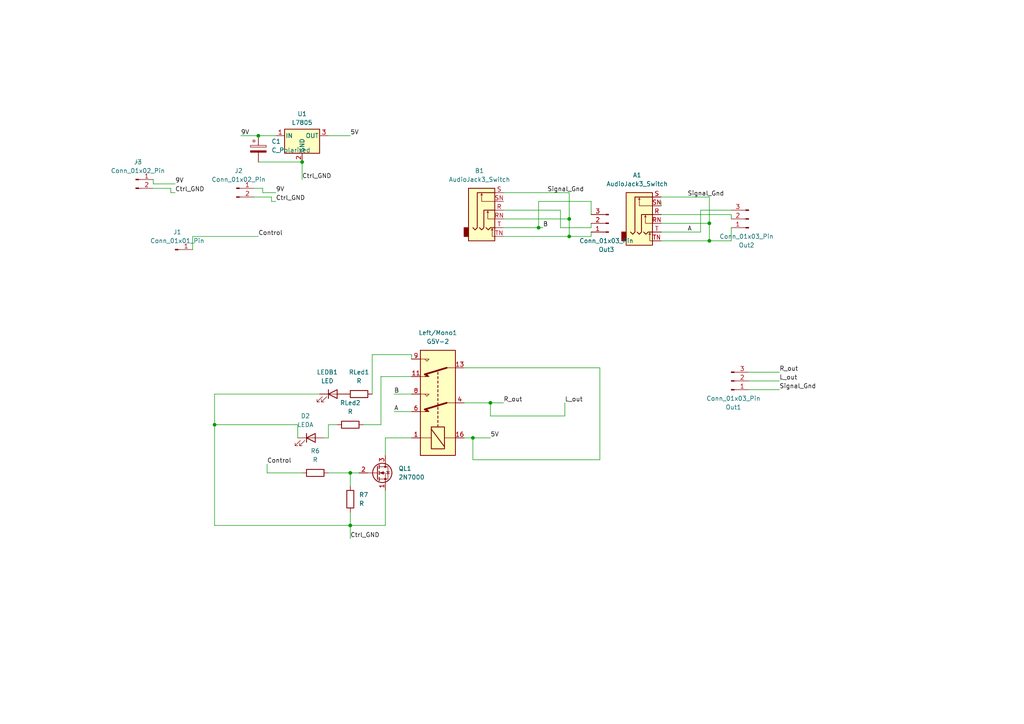
<source format=kicad_sch>
(kicad_sch (version 20230121) (generator eeschema)
  (paper "A4")
  (lib_symbols
    (symbol "Connector:Conn_01x01_Pin" (pin_names (offset 1.016) hide)
      (property "Reference" "J" (at 0 2.54 0))
      (property "Value" "Conn_01x01_Pin" (at 0 -2.54 0))
      (symbol "Conn_01x01_Pin_1_1"
        (polyline (pts (xy 1.27 0) (xy 0.8636 0)) (stroke (width 0.1524)))
        (rectangle (start 0.8636 0.127) (end 0 -0.127) (stroke (width 0.1524)) (fill (type outline)))
        (pin passive line (at 5.08 0 180) (length 3.81) (name "Pin_1") (number "1"))
      )
    )
    (symbol "Connector:Conn_01x02_Pin" (pin_names (offset 1.016) hide)
      (property "Reference" "J" (at 0 2.54 0))
      (property "Value" "Conn_01x02_Pin" (at 0 -5.08 0))
      (symbol "Conn_01x02_Pin_1_1"
        (polyline (pts (xy 1.27 -2.54) (xy 0.8636 -2.54)) (stroke (width 0.1524)))
        (polyline (pts (xy 1.27 0) (xy 0.8636 0)) (stroke (width 0.1524)))
        (rectangle (start 0.8636 -2.413) (end 0 -2.667) (stroke (width 0.1524)) (fill (type outline)))
        (rectangle (start 0.8636 0.127) (end 0 -0.127) (stroke (width 0.1524)) (fill (type outline)))
        (pin passive line (at 5.08 0 180) (length 3.81) (name "Pin_1") (number "1"))
        (pin passive line (at 5.08 -2.54 180) (length 3.81) (name "Pin_2") (number "2"))
      )
    )
    (symbol "Connector:Conn_01x03_Pin" (pin_names (offset 1.016) hide)
      (property "Reference" "J" (at 0 5.08 0))
      (property "Value" "Conn_01x03_Pin" (at 0 -5.08 0))
      (symbol "Conn_01x03_Pin_1_1"
        (polyline (pts (xy 1.27 -2.54) (xy 0.8636 -2.54)) (stroke (width 0.1524)))
        (polyline (pts (xy 1.27 0) (xy 0.8636 0)) (stroke (width 0.1524)))
        (polyline (pts (xy 1.27 2.54) (xy 0.8636 2.54)) (stroke (width 0.1524)))
        (rectangle (start 0.8636 -2.413) (end 0 -2.667) (stroke (width 0.1524)) (fill (type outline)))
        (rectangle (start 0.8636 0.127) (end 0 -0.127) (stroke (width 0.1524)) (fill (type outline)))
        (rectangle (start 0.8636 2.667) (end 0 2.413) (stroke (width 0.1524)) (fill (type outline)))
        (pin passive line (at 5.08 2.54 180) (length 3.81) (name "Pin_1") (number "1"))
        (pin passive line (at 5.08 0 180) (length 3.81) (name "Pin_2") (number "2"))
        (pin passive line (at 5.08 -2.54 180) (length 3.81) (name "Pin_3") (number "3"))
      )
    )
    (symbol "Connector_Audio:AudioJack3_Switch"
      (property "Reference" "J" (at 0 11.43 0))
      (property "Value" "AudioJack3_Switch" (at 0 8.89 0))
      (symbol "AudioJack3_Switch_0_1"
        (rectangle (start -5.08 -5.08) (end -6.35 -7.62) (stroke (width 0.254)) (fill (type outline)))
        (polyline (pts (xy -1.27 4.826) (xy -1.016 4.318)))
        (polyline (pts (xy 0.508 -0.254) (xy 0.762 -0.762)))
        (polyline (pts (xy 1.778 -5.334) (xy 2.032 -5.842)))
        (polyline (pts (xy 0 -5.08) (xy 0.635 -5.715) (xy 1.27 -5.08) (xy 2.54 -5.08)) (stroke (width 0.254)))
        (polyline (pts (xy 2.54 -7.62) (xy 1.778 -7.62) (xy 1.778 -5.334) (xy 1.524 -5.842)))
        (polyline (pts (xy 2.54 -2.54) (xy 0.508 -2.54) (xy 0.508 -0.254) (xy 0.254 -0.762)))
        (polyline (pts (xy 2.54 2.54) (xy -1.27 2.54) (xy -1.27 4.826) (xy -1.524 4.318)))
        (polyline (pts (xy -1.905 -5.08) (xy -1.27 -5.715) (xy -0.635 -5.08) (xy -0.635 0) (xy 2.54 0)) (stroke (width 0.254)))
        (polyline (pts (xy 2.54 5.08) (xy -2.54 5.08) (xy -2.54 -5.08) (xy -3.175 -5.715) (xy -3.81 -5.08)) (stroke (width 0.254)))
        (rectangle (start 2.54 6.35) (end -5.08 -8.89) (stroke (width 0.254)) (fill (type background)))
      )
      (symbol "AudioJack3_Switch_1_1"
        (pin passive line (at 5.08 0 180) (length 2.54) (name "~") (number "R"))
        (pin passive line (at 5.08 -2.54 180) (length 2.54) (name "~") (number "RN"))
        (pin passive line (at 5.08 5.08 180) (length 2.54) (name "~") (number "S"))
        (pin passive line (at 5.08 2.54 180) (length 2.54) (name "~") (number "SN"))
        (pin passive line (at 5.08 -5.08 180) (length 2.54) (name "~") (number "T"))
        (pin passive line (at 5.08 -7.62 180) (length 2.54) (name "~") (number "TN"))
      )
    )
    (symbol "Device:C_Polarized" (pin_numbers hide) (pin_names (offset 0.254))
      (property "Reference" "C" (at 0.635 2.54 0))
      (property "Value" "C_Polarized" (at 0.635 -2.54 0))
      (symbol "C_Polarized_0_1"
        (rectangle (start -2.286 0.508) (end 2.286 1.016))
        (polyline (pts (xy -1.778 2.286) (xy -0.762 2.286)))
        (polyline (pts (xy -1.27 2.794) (xy -1.27 1.778)))
        (rectangle (start 2.286 -0.508) (end -2.286 -1.016) (fill (type outline)))
      )
      (symbol "C_Polarized_1_1"
        (pin passive line (at 0 3.81 270) (length 2.794) (name "~") (number "1"))
        (pin passive line (at 0 -3.81 90) (length 2.794) (name "~") (number "2"))
      )
    )
    (symbol "Device:LED" (pin_numbers hide) (pin_names (offset 1.016) hide)
      (property "Reference" "D" (at 0 2.54 0))
      (property "Value" "LED" (at 0 -2.54 0))
      (symbol "LED_0_1"
        (polyline (pts (xy -1.27 -1.27) (xy -1.27 1.27)) (stroke (width 0.254)))
        (polyline (pts (xy -1.27 0) (xy 1.27 0)))
        (polyline (pts (xy 1.27 -1.27) (xy 1.27 1.27) (xy -1.27 0) (xy 1.27 -1.27)) (stroke (width 0.254)))
        (polyline (pts (xy -3.048 -0.762) (xy -4.572 -2.286) (xy -3.81 -2.286) (xy -4.572 -2.286) (xy -4.572 -1.524)))
        (polyline (pts (xy -1.778 -0.762) (xy -3.302 -2.286) (xy -2.54 -2.286) (xy -3.302 -2.286) (xy -3.302 -1.524)))
      )
      (symbol "LED_1_1"
        (pin passive line (at -3.81 0 0) (length 2.54) (name "K") (number "1"))
        (pin passive line (at 3.81 0 180) (length 2.54) (name "A") (number "2"))
      )
    )
    (symbol "Device:R" (pin_numbers hide) (pin_names (offset 0))
      (property "Reference" "R" (at 2.032 0 90))
      (property "Value" "R" (at 0 0 90))
      (symbol "R_0_1"
        (rectangle (start -1.016 -2.54) (end 1.016 2.54) (stroke (width 0.254)))
      )
      (symbol "R_1_1"
        (pin passive line (at 0 3.81 270) (length 1.27) (name "~") (number "1"))
        (pin passive line (at 0 -3.81 90) (length 1.27) (name "~") (number "2"))
      )
    )
    (symbol "Regulator_Linear:L7805" (pin_names (offset 0.254))
      (property "Reference" "U" (at -3.81 3.175 0))
      (property "Value" "L7805" (at 0 3.175 0))
      (symbol "L7805_0_1"
        (rectangle (start -5.08 1.905) (end 5.08 -5.08) (stroke (width 0.254)) (fill (type background)))
      )
      (symbol "L7805_1_1"
        (pin power_in line (at -7.62 0 0) (length 2.54) (name "IN") (number "1"))
        (pin power_in line (at 0 -7.62 90) (length 2.54) (name "GND") (number "2"))
        (pin power_out line (at 7.62 0 180) (length 2.54) (name "OUT") (number "3"))
      )
    )
    (symbol "Relay:G5V-2"
      (property "Reference" "K" (at 16.51 3.81 0))
      (property "Value" "G5V-2" (at 16.51 1.27 0))
      (symbol "G5V-2_0_1"
        (rectangle (start -15.24 5.08) (end 15.24 -5.08) (stroke (width 0.254)) (fill (type background)))
        (rectangle (start -13.335 1.905) (end -6.985 -1.905) (stroke (width 0.254)))
        (polyline (pts (xy -12.7 -1.905) (xy -7.62 1.905)) (stroke (width 0.254)))
        (polyline (pts (xy -10.16 -5.08) (xy -10.16 -1.905)))
        (polyline (pts (xy -10.16 5.08) (xy -10.16 1.905)))
        (polyline (pts (xy -6.985 0) (xy -6.35 0)) (stroke (width 0.254)))
        (polyline (pts (xy -5.715 0) (xy -5.08 0)) (stroke (width 0.254)))
        (polyline (pts (xy -4.445 0) (xy -3.81 0)) (stroke (width 0.254)))
        (polyline (pts (xy -3.175 0) (xy -2.54 0)) (stroke (width 0.254)))
        (polyline (pts (xy -1.905 0) (xy -1.27 0)) (stroke (width 0.254)))
        (polyline (pts (xy -0.635 0) (xy 0 0)) (stroke (width 0.254)))
        (polyline (pts (xy 0 -2.54) (xy -1.905 3.81)) (stroke (width 0.508)))
        (polyline (pts (xy 0 -2.54) (xy 0 -5.08)))
        (polyline (pts (xy 0.635 0) (xy 1.27 0)) (stroke (width 0.254)))
        (polyline (pts (xy 1.905 0) (xy 2.54 0)) (stroke (width 0.254)))
        (polyline (pts (xy 3.175 0) (xy 3.81 0)) (stroke (width 0.254)))
        (polyline (pts (xy 4.445 0) (xy 5.08 0)) (stroke (width 0.254)))
        (polyline (pts (xy 5.715 0) (xy 6.35 0)) (stroke (width 0.254)))
        (polyline (pts (xy 6.985 0) (xy 7.62 0)) (stroke (width 0.254)))
        (polyline (pts (xy 8.255 0) (xy 8.89 0)) (stroke (width 0.254)))
        (polyline (pts (xy 10.16 -2.54) (xy 8.255 3.81)) (stroke (width 0.508)))
        (polyline (pts (xy 10.16 -2.54) (xy 10.16 -5.08)))
        (polyline (pts (xy -2.54 5.08) (xy -2.54 2.54) (xy -1.905 3.175) (xy -2.54 3.81)) (fill (type outline)))
        (polyline (pts (xy 2.54 5.08) (xy 2.54 2.54) (xy 1.905 3.175) (xy 2.54 3.81)))
        (polyline (pts (xy 7.62 5.08) (xy 7.62 2.54) (xy 8.255 3.175) (xy 7.62 3.81)) (fill (type outline)))
        (polyline (pts (xy 12.7 5.08) (xy 12.7 2.54) (xy 12.065 3.175) (xy 12.7 3.81)))
      )
      (symbol "G5V-2_1_1"
        (pin passive line (at -10.16 7.62 270) (length 2.54) (name "~") (number "1"))
        (pin passive line (at 7.62 7.62 270) (length 2.54) (name "~") (number "11"))
        (pin passive line (at 10.16 -7.62 90) (length 2.54) (name "~") (number "13"))
        (pin passive line (at -10.16 -7.62 90) (length 2.54) (name "~") (number "16"))
        (pin passive line (at 0 -7.62 90) (length 2.54) (name "~") (number "4"))
        (pin passive line (at -2.54 7.62 270) (length 2.54) (name "~") (number "6"))
        (pin passive line (at 2.54 7.62 270) (length 2.54) (name "~") (number "8"))
        (pin passive line (at 12.7 7.62 270) (length 2.54) (name "~") (number "9"))
      )
    )
    (symbol "Transistor_FET:2N7000" (pin_names hide)
      (property "Reference" "Q" (at 5.08 1.905 0))
      (property "Value" "2N7000" (at 5.08 0 0))
      (symbol "2N7000_0_1"
        (polyline (pts (xy 0.254 0) (xy -2.54 0)))
        (polyline (pts (xy 0.254 1.905) (xy 0.254 -1.905)) (stroke (width 0.254)))
        (polyline (pts (xy 0.762 -1.27) (xy 0.762 -2.286)) (stroke (width 0.254)))
        (polyline (pts (xy 0.762 0.508) (xy 0.762 -0.508)) (stroke (width 0.254)))
        (polyline (pts (xy 0.762 2.286) (xy 0.762 1.27)) (stroke (width 0.254)))
        (polyline (pts (xy 2.54 2.54) (xy 2.54 1.778)))
        (polyline (pts (xy 2.54 -2.54) (xy 2.54 0) (xy 0.762 0)))
        (polyline (pts (xy 0.762 -1.778) (xy 3.302 -1.778) (xy 3.302 1.778) (xy 0.762 1.778)))
        (polyline (pts (xy 1.016 0) (xy 2.032 0.381) (xy 2.032 -0.381) (xy 1.016 0)) (fill (type outline)))
        (polyline (pts (xy 2.794 0.508) (xy 2.921 0.381) (xy 3.683 0.381) (xy 3.81 0.254)))
        (polyline (pts (xy 3.302 0.381) (xy 2.921 -0.254) (xy 3.683 -0.254) (xy 3.302 0.381)))
        (circle (center 1.651 0) (radius 2.794) (stroke (width 0.254)))
        (circle (center 2.54 -1.778) (radius 0.254) (fill (type outline)))
        (circle (center 2.54 1.778) (radius 0.254) (fill (type outline)))
      )
      (symbol "2N7000_1_1"
        (pin passive line (at 2.54 -5.08 90) (length 2.54) (name "S") (number "1"))
        (pin input line (at -5.08 0 0) (length 2.54) (name "G") (number "2"))
        (pin passive line (at 2.54 5.08 270) (length 2.54) (name "D") (number "3"))
      )
    )
  )
  (junction (at 165.1 63.5))
  (junction (at 165.1 68.58))
  (junction (at 62.23 123.19))
  (junction (at 156.21 66.04))
  (junction (at 205.74 64.77))
  (junction (at 137.16 127))
  (junction (at 74.93 39.37))
  (junction (at 101.6 137.16))
  (junction (at 142.24 116.84))
  (junction (at 87.63 46.99))
  (junction (at 101.6 152.4))
  (junction (at 205.74 69.85))
  (wire (pts (xy 101.6 137.16) (xy 101.6 140.97)))
  (wire (pts (xy 77.47 137.16) (xy 87.63 137.16)))
  (wire (pts (xy 217.17 107.95) (xy 226.06 107.95)))
  (wire (pts (xy 205.74 64.77) (xy 205.74 69.85)))
  (wire (pts (xy 77.47 134.62) (xy 77.47 137.16)))
  (wire (pts (xy 142.24 120.65) (xy 142.24 116.84)))
  (wire (pts (xy 62.23 114.3) (xy 92.71 114.3)))
  (wire (pts (xy 205.74 69.85) (xy 212.09 69.85)))
  (wire (pts (xy 146.05 66.04) (xy 156.21 66.04)))
  (wire (pts (xy 163.83 116.84) (xy 163.83 120.65)))
  (wire (pts (xy 78.74 58.42) (xy 80.01 58.42)))
  (wire (pts (xy 146.05 55.88) (xy 165.1 55.88)))
  (wire (pts (xy 203.2 67.31) (xy 203.2 60.96)))
  (wire (pts (xy 165.1 68.58) (xy 171.45 68.58)))
  (wire (pts (xy 62.23 114.3) (xy 62.23 123.19)))
  (wire (pts (xy 156.21 66.04) (xy 157.48 66.04)))
  (wire (pts (xy 50.8 53.34) (xy 44.45 53.34)))
  (wire (pts (xy 156.21 66.04) (xy 156.21 58.42)))
  (wire (pts (xy 191.77 64.77) (xy 205.74 64.77)))
  (wire (pts (xy 173.99 133.35) (xy 137.16 133.35)))
  (wire (pts (xy 62.23 123.19) (xy 62.23 152.4)))
  (wire (pts (xy 101.6 152.4) (xy 101.6 156.21)))
  (wire (pts (xy 171.45 66.04) (xy 171.45 64.77)))
  (wire (pts (xy 171.45 58.42) (xy 171.45 62.23)))
  (wire (pts (xy 146.05 63.5) (xy 165.1 63.5)))
  (wire (pts (xy 105.41 123.19) (xy 110.49 123.19)))
  (wire (pts (xy 110.49 109.22) (xy 119.38 109.22)))
  (wire (pts (xy 191.77 62.23) (xy 212.09 62.23)))
  (wire (pts (xy 111.76 132.08) (xy 111.76 127)))
  (wire (pts (xy 165.1 63.5) (xy 165.1 68.58)))
  (wire (pts (xy 137.16 127) (xy 142.24 127)))
  (wire (pts (xy 78.74 57.15) (xy 78.74 58.42)))
  (wire (pts (xy 205.74 64.77) (xy 205.74 57.15)))
  (wire (pts (xy 212.09 69.85) (xy 212.09 66.04)))
  (wire (pts (xy 95.25 39.37) (xy 101.6 39.37)))
  (wire (pts (xy 76.2 54.61) (xy 73.66 54.61)))
  (wire (pts (xy 74.93 39.37) (xy 80.01 39.37)))
  (wire (pts (xy 173.99 106.68) (xy 173.99 133.35)))
  (wire (pts (xy 95.25 123.19) (xy 97.79 123.19)))
  (wire (pts (xy 44.45 54.61) (xy 49.53 54.61)))
  (wire (pts (xy 217.17 113.03) (xy 226.06 113.03)))
  (wire (pts (xy 107.95 102.87) (xy 119.38 102.87)))
  (wire (pts (xy 95.25 137.16) (xy 101.6 137.16)))
  (wire (pts (xy 114.3 114.3) (xy 119.38 114.3)))
  (wire (pts (xy 73.66 57.15) (xy 78.74 57.15)))
  (wire (pts (xy 134.62 127) (xy 137.16 127)))
  (wire (pts (xy 191.77 57.15) (xy 205.74 57.15)))
  (wire (pts (xy 80.01 55.88) (xy 76.2 55.88)))
  (wire (pts (xy 171.45 68.58) (xy 171.45 67.31)))
  (wire (pts (xy 191.77 67.31) (xy 203.2 67.31)))
  (wire (pts (xy 142.24 116.84) (xy 146.05 116.84)))
  (wire (pts (xy 101.6 137.16) (xy 104.14 137.16)))
  (wire (pts (xy 191.77 69.85) (xy 205.74 69.85)))
  (wire (pts (xy 191.77 58.42) (xy 191.77 59.69)))
  (wire (pts (xy 203.2 60.96) (xy 212.09 60.96)))
  (wire (pts (xy 114.3 119.38) (xy 119.38 119.38)))
  (wire (pts (xy 111.76 152.4) (xy 101.6 152.4)))
  (wire (pts (xy 95.25 127) (xy 95.25 123.19)))
  (wire (pts (xy 86.36 123.19) (xy 86.36 127)))
  (wire (pts (xy 107.95 114.3) (xy 107.95 102.87)))
  (wire (pts (xy 87.63 46.99) (xy 87.63 52.07)))
  (wire (pts (xy 62.23 152.4) (xy 101.6 152.4)))
  (wire (pts (xy 165.1 63.5) (xy 165.1 55.88)))
  (wire (pts (xy 49.53 55.88) (xy 50.8 55.88)))
  (wire (pts (xy 39.37 46.99) (xy 40.64 46.99)))
  (wire (pts (xy 110.49 123.19) (xy 110.49 109.22)))
  (wire (pts (xy 44.45 53.34) (xy 44.45 52.07)))
  (wire (pts (xy 49.53 54.61) (xy 49.53 55.88)))
  (wire (pts (xy 146.05 60.96) (xy 162.56 60.96)))
  (wire (pts (xy 62.23 123.19) (xy 86.36 123.19)))
  (wire (pts (xy 119.38 102.87) (xy 119.38 104.14)))
  (wire (pts (xy 137.16 133.35) (xy 137.16 127)))
  (wire (pts (xy 156.21 58.42) (xy 171.45 58.42)))
  (wire (pts (xy 162.56 66.04) (xy 171.45 66.04)))
  (wire (pts (xy 111.76 127) (xy 119.38 127)))
  (wire (pts (xy 74.93 68.58) (xy 55.88 68.58)))
  (wire (pts (xy 101.6 148.59) (xy 101.6 152.4)))
  (wire (pts (xy 111.76 142.24) (xy 111.76 152.4)))
  (wire (pts (xy 74.93 46.99) (xy 87.63 46.99)))
  (wire (pts (xy 69.85 39.37) (xy 74.93 39.37)))
  (wire (pts (xy 217.17 110.49) (xy 226.06 110.49)))
  (wire (pts (xy 55.88 68.58) (xy 55.88 72.39)))
  (wire (pts (xy 212.09 62.23) (xy 212.09 63.5)))
  (wire (pts (xy 163.83 120.65) (xy 142.24 120.65)))
  (wire (pts (xy 134.62 116.84) (xy 142.24 116.84)))
  (wire (pts (xy 93.98 127) (xy 95.25 127)))
  (wire (pts (xy 134.62 106.68) (xy 173.99 106.68)))
  (wire (pts (xy 76.2 55.88) (xy 76.2 54.61)))
  (wire (pts (xy 162.56 60.96) (xy 162.56 66.04)))
  (wire (pts (xy 146.05 68.58) (xy 165.1 68.58)))
  (label "B" (at 157.48 66.04 0))
  (label "5V" (at 142.24 127 0))
  (label "R_out" (at 146.05 116.84 0))
  (label "5V" (at 101.6 39.37 0))
  (label "A" (at 114.3 119.38 0))
  (label "9V" (at 50.8 53.34 0))
  (label "L_out" (at 163.83 116.84 0))
  (label "L_out" (at 226.06 110.49 0))
  (label "R_out" (at 226.06 107.95 0))
  (label "Control" (at 74.93 68.58 0))
  (label "Signal_Gnd" (at 199.39 57.15 0))
  (label "Ctrl_GND" (at 87.63 52.07 0))
  (label "Ctrl_GND" (at 101.6 156.21 0))
  (label "9V" (at 69.85 39.37 0))
  (label "B" (at 114.3 114.3 0))
  (label "Ctrl_GND" (at 50.8 55.88 0))
  (label "Control" (at 77.47 134.62 0))
  (label "Ctrl_GND" (at 80.01 58.42 0))
  (label "Signal_Gnd" (at 226.06 113.03 0))
  (label "Signal_Gnd" (at 158.75 55.88 0))
  (label "A" (at 199.39 67.31 0))
  (label "9V" (at 80.01 55.88 0))
  (symbol (lib_id "Connector:Conn_01x01_Pin") (at 50.8 72.39 0) (unit 1)
    (property "Reference" "J1" (at 51.435 67.31 0))
    (property "Value" "Conn_01x01_Pin" (at 51.435 69.85 0))
    (property "Footprint" "Connector_PinHeader_2.54mm:PinHeader_1x01_P2.54mm_Vertical" (effects hide))
  )
  (symbol (lib_id "Device:LED") (at 96.52 114.3 0) (unit 1)
    (property "Reference" "LEDB1" (at 94.9325 107.95 0))
    (property "Value" "LED" (at 94.9325 110.49 0))
    (property "Footprint" "LED_THT:LED_D5.0mm" (effects hide))
  )
  (symbol (lib_id "Device:R") (at 91.44 137.16 90) (unit 1)
    (property "Reference" "R6" (at 91.44 130.81 90))
    (property "Value" "R" (at 91.44 133.35 90))
    (property "Footprint" "Resistor_THT:R_Axial_DIN0207_L6.3mm_D2.5mm_P10.16mm_Horizontal" (effects hide))
  )
  (symbol (lib_id "Connector:Conn_01x02_Pin") (at 39.37 52.07 0) (unit 1)
    (property "Reference" "J3" (at 40.005 46.99 0))
    (property "Value" "Conn_01x02_Pin" (at 40.005 49.53 0))
    (property "Footprint" "Connector_PinHeader_2.54mm:PinHeader_2x01_P2.54mm_Vertical" (effects hide))
  )
  (symbol (lib_id "Device:R") (at 101.6 144.78 0) (unit 1)
    (property "Reference" "R7" (at 104.14 143.51 0) (effects (justify left)))
    (property "Value" "R" (at 104.14 146.05 0) (effects (justify left)))
    (property "Footprint" "Resistor_THT:R_Axial_DIN0207_L6.3mm_D2.5mm_P10.16mm_Horizontal" (effects hide))
  )
  (symbol (lib_id "Connector:Conn_01x03_Pin") (at 176.53 64.77 180) (unit 1)
    (property "Reference" "Out3" (at 175.895 72.39 0))
    (property "Value" "Conn_01x03_Pin" (at 175.895 69.85 0))
    (property "Footprint" "Connector_PinHeader_2.54mm:PinHeader_1x03_P2.54mm_Vertical" (effects hide))
  )
  (symbol (lib_id "Device:R") (at 101.6 123.19 270) (unit 1)
    (property "Reference" "RLed2" (at 101.6 116.84 90))
    (property "Value" "R" (at 101.6 119.38 90))
    (property "Footprint" "Resistor_THT:R_Axial_DIN0207_L6.3mm_D2.5mm_P10.16mm_Horizontal" (effects hide))
  )
  (symbol (lib_id "Device:LED") (at 90.17 127 0) (unit 1)
    (property "Reference" "D2" (at 88.5825 120.65 0))
    (property "Value" "LEDA" (at 88.5825 123.19 0))
    (property "Footprint" "LED_THT:LED_D5.0mm" (effects hide))
  )
  (symbol (lib_id "Transistor_FET:2N7000") (at 109.22 137.16 0) (unit 1)
    (property "Reference" "QL1" (at 115.57 135.89 0) (effects (justify left)))
    (property "Value" "2N7000" (at 115.57 138.43 0) (effects (justify left)))
    (property "Footprint" "Package_TO_SOT_THT:TO-92_Inline" (effects hide))
    (property "Datasheet" "https://www.vishay.com/docs/70226/70226.pdf" (effects hide))
  )
  (symbol (lib_id "Connector_Audio:AudioJack3_Switch") (at 186.69 62.23 0) (unit 1)
    (property "Reference" "A1" (at 184.785 50.8 0))
    (property "Value" "AudioJack3_Switch" (at 184.785 53.34 0))
    (property "Footprint" "Connector_Audio:Jack_6.35mm_Neutrik_NMJ6HFD3_Horizontal" (effects hide))
  )
  (symbol (lib_id "Connector:Conn_01x03_Pin") (at 217.17 63.5 180) (unit 1)
    (property "Reference" "Out2" (at 216.535 71.12 0))
    (property "Value" "Conn_01x03_Pin" (at 216.535 68.58 0))
    (property "Footprint" "Connector_PinHeader_2.54mm:PinHeader_1x03_P2.54mm_Vertical" (effects hide))
  )
  (symbol (lib_id "Relay:G5V-2") (at 127 116.84 90) (unit 1)
    (property "Reference" "Left/Mono1" (at 127 96.52 90))
    (property "Value" "G5V-2" (at 127 99.06 90))
    (property "Footprint" "Relay_THT:Relay_DPDT_Omron_G5V-2" (effects hide))
    (property "Datasheet" "http://omronfs.omron.com/en_US/ecb/products/pdf/en-g5v_2.pdf" (effects hide))
  )
  (symbol (lib_id "Regulator_Linear:L7805") (at 87.63 39.37 0) (unit 1)
    (property "Reference" "U1" (at 87.63 33.02 0))
    (property "Value" "L7805" (at 87.63 35.56 0))
    (property "Footprint" "Package_TO_SOT_THT:TO-220-3_Vertical" (effects hide))
    (property "Datasheet" "http://www.st.com/content/ccc/resource/technical/document/datasheet/41/4f/b3/b0/12/d4/47/88/CD00000444.pdf/files/CD00000444.pdf/jcr:content/translations/en.CD00000444.pdf" (effects hide))
  )
  (symbol (lib_id "Connector_Audio:AudioJack3_Switch") (at 140.97 60.96 0) (unit 1)
    (property "Reference" "B1" (at 139.065 49.53 0))
    (property "Value" "AudioJack3_Switch" (at 139.065 52.07 0))
    (property "Footprint" "Connector_Audio:Jack_6.35mm_Neutrik_NMJ6HFD3_Horizontal" (effects hide))
  )
  (symbol (lib_id "Device:C_Polarized") (at 74.93 43.18 0) (unit 1)
    (property "Reference" "C1" (at 78.74 41.021 0) (effects (justify left)))
    (property "Value" "C_Polarized" (at 78.74 43.561 0) (effects (justify left)))
    (property "Footprint" "Capacitor_THT:CP_Radial_D10.0mm_P3.50mm" (effects hide))
  )
  (symbol (lib_id "Device:R") (at 104.14 114.3 270) (unit 1)
    (property "Reference" "RLed1" (at 104.14 107.95 90))
    (property "Value" "R" (at 104.14 110.49 90))
    (property "Footprint" "Resistor_THT:R_Axial_DIN0207_L6.3mm_D2.5mm_P10.16mm_Horizontal" (effects hide))
  )
  (symbol (lib_id "Connector:Conn_01x03_Pin") (at 212.09 110.49 0) (mirror x) (unit 1)
    (property "Reference" "Out1" (at 212.725 118.11 0))
    (property "Value" "Conn_01x03_Pin" (at 212.725 115.57 0))
    (property "Footprint" "Connector_PinHeader_2.54mm:PinHeader_1x03_P2.54mm_Vertical" (effects hide))
  )
  (symbol (lib_id "Connector:Conn_01x02_Pin") (at 68.58 54.61 0) (unit 1)
    (property "Reference" "J2" (at 69.215 49.53 0))
    (property "Value" "Conn_01x02_Pin" (at 69.215 52.07 0))
    (property "Footprint" "Connector_PinHeader_2.54mm:PinHeader_2x01_P2.54mm_Vertical" (effects hide))
  )
)
</source>
